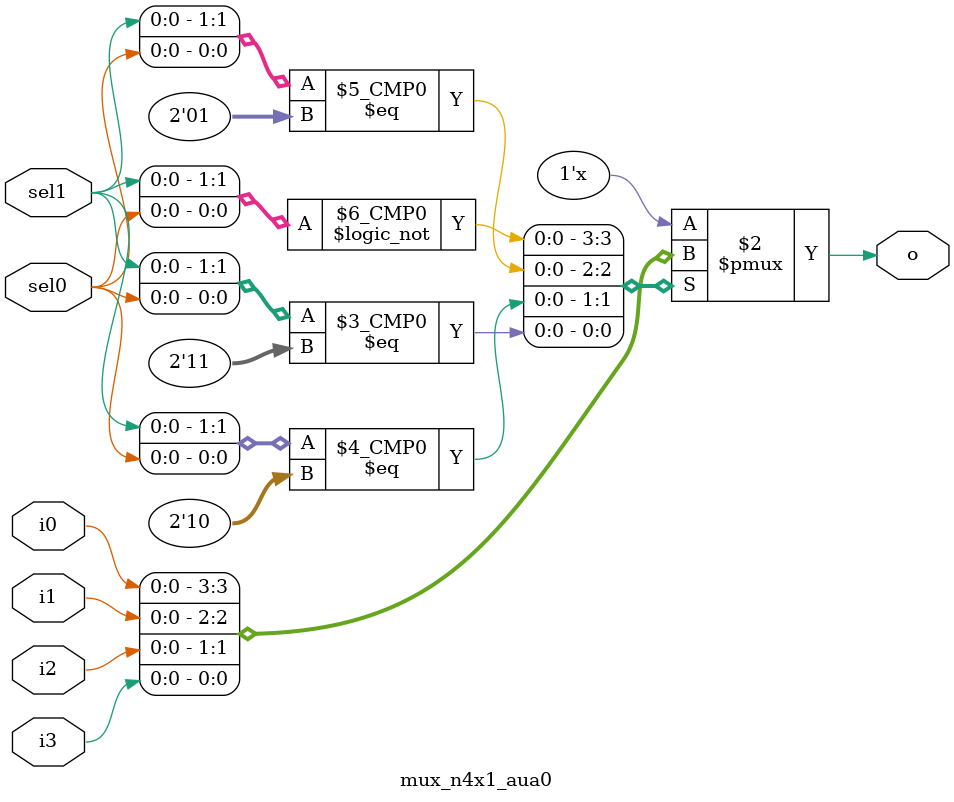
<source format=v>
`timescale 100 ps/100 ps
/*******************************************************************************
*         (c) Copyright 2002,  National Semiconductor Corporation
*                           ALL RIGHTS RESERVED
********************************************************************************
*                   NATIONAL SEMICONDUCTOR CONFIDENTIAL
********************************************************************************
* *$Id: template_hdl.v,v 1.1 1998/07/09 22:49:34 clk Exp $
* *Name: mux_n4x1_aua0
*===============================================================================
* *History: $Id$
*   02 Aug 2002 - v1  sl      Initial Revision
*===============================================================================
* *Description:
*
* parent:  (Upward hierarchy) If known
* children:  (downward hierarchy)
*
* *endName
********************************************************************************
********************************************************************************
*        1         2         3         4         5         6         7         8
*2345678901234567890123456789012345678901234567890123456789012345678901234567890
*******************************************************************************/
 
module mux_n4x1_aua0 (
// OUTPUT
o,      // mux output

// INPUTs
i0,     // input 0 - if sel=00
i1,     // input 1 - if sel=01
i2,     // input 2 - if sel=10
i3,     // input 3 - if sel=11
   
sel0,   // select input 0
sel1   // select input 1 
   
);

// PARAMETERS
parameter WIDTH = 1;


// OUTPUT
output [WIDTH-1:0] o;      // mux output

reg [WIDTH-1:0] o; 

// INPUTs
input [WIDTH-1:0]  i0;     // input 0 - if sel=00
input [WIDTH-1:0]  i1;     // input 1 - if sel=01
input [WIDTH-1:0]  i2;     // input 2 - if sel=10
input [WIDTH-1:0]  i3;     // input 3 - if sel=11

input              sel0;    // select input 0
input              sel1;    // select input 1


// synopsys template

   always @(sel0 or sel1 or i0 or i1 or i2 or i3)
    casex({sel1,sel0}) //synopsys full_case parallel_case
      2'b00:  o = i0;
      2'b01:  o = i1;
      2'b10:  o = i2;
      2'b11:  o = i3;
    endcase

endmodule  //  End of 'module mux_n4x1_aua0 ()'

</source>
